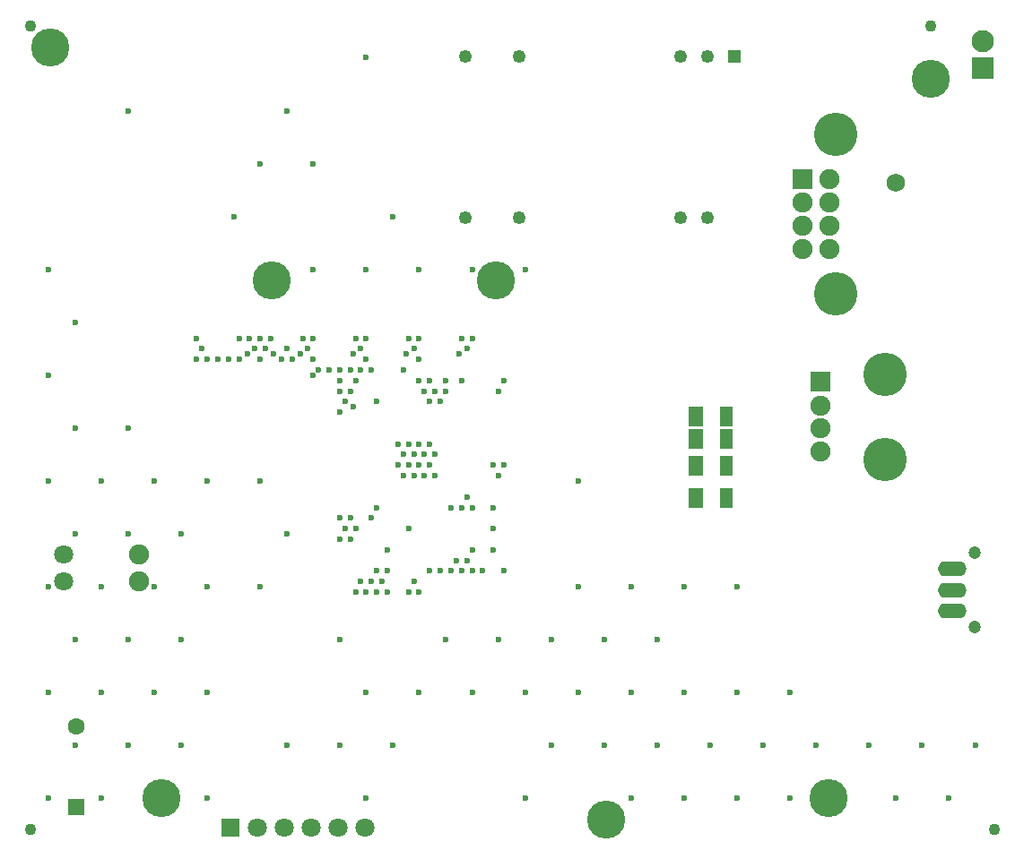
<source format=gbs>
G04*
G04 #@! TF.GenerationSoftware,Altium Limited,Altium Designer,21.0.9 (235)*
G04*
G04 Layer_Color=16711935*
%FSLAX44Y44*%
%MOMM*%
G71*
G04*
G04 #@! TF.SameCoordinates,2E686BC6-EAB9-49F2-94FE-736710D6270B*
G04*
G04*
G04 #@! TF.FilePolarity,Negative*
G04*
G01*
G75*
%ADD42R,1.3500X1.8500*%
%ADD53C,1.1000*%
%ADD54C,1.9000*%
%ADD55R,1.9000X1.9000*%
%ADD56C,4.1000*%
%ADD57C,1.7500*%
%ADD58C,1.8000*%
%ADD59R,2.1000X2.1000*%
%ADD60C,2.1000*%
%ADD61R,1.2500X1.2500*%
%ADD62C,1.2500*%
%ADD63C,3.6000*%
%ADD64R,1.8000X1.8000*%
G04:AMPARAMS|DCode=65|XSize=1.6mm|YSize=1.6mm|CornerRadius=0.125mm|HoleSize=0mm|Usage=FLASHONLY|Rotation=180.000|XOffset=0mm|YOffset=0mm|HoleType=Round|Shape=RoundedRectangle|*
%AMROUNDEDRECTD65*
21,1,1.6000,1.3500,0,0,180.0*
21,1,1.3500,1.6000,0,0,180.0*
1,1,0.2500,-0.6750,0.6750*
1,1,0.2500,0.6750,0.6750*
1,1,0.2500,0.6750,-0.6750*
1,1,0.2500,-0.6750,-0.6750*
%
%ADD65ROUNDEDRECTD65*%
%ADD66C,1.6000*%
%ADD67O,2.7160X1.4080*%
%ADD68C,1.2000*%
%ADD69C,0.6000*%
%ADD120R,1.3000X1.8500*%
D42*
X-221260Y-339090D02*
D03*
Y-416560D02*
D03*
Y-360680D02*
D03*
Y-386080D02*
D03*
D53*
X0Y30000D02*
D03*
X-850000D02*
D03*
Y-730000D02*
D03*
X60000D02*
D03*
D54*
X-104180Y-372441D02*
D03*
Y-350730D02*
D03*
Y-328883D02*
D03*
X-120920Y-137110D02*
D03*
Y-159110D02*
D03*
Y-181110D02*
D03*
X-95520Y-115110D02*
D03*
Y-137110D02*
D03*
Y-159110D02*
D03*
Y-181110D02*
D03*
X-746990Y-495100D02*
D03*
Y-470100D02*
D03*
D55*
X-104180Y-306730D02*
D03*
X-120920Y-115110D02*
D03*
D56*
X-43180Y-379730D02*
D03*
Y-299730D02*
D03*
X-89020Y-73110D02*
D03*
Y-223110D02*
D03*
D57*
X-33020Y-118110D02*
D03*
D58*
X-818790Y-495100D02*
D03*
Y-470100D02*
D03*
X-585090Y-728435D02*
D03*
X-610490D02*
D03*
X-635890D02*
D03*
X-559690D02*
D03*
X-534290D02*
D03*
D59*
X49530Y-10160D02*
D03*
D60*
Y15240D02*
D03*
D61*
X-185050Y1270D02*
D03*
D62*
X-388250D02*
D03*
X-235850Y-151130D02*
D03*
Y1270D02*
D03*
X-439050Y-151130D02*
D03*
X-388250D02*
D03*
X-210450D02*
D03*
X-439050Y1270D02*
D03*
X-210450D02*
D03*
D63*
X-622200Y-210320D02*
D03*
X-410110D02*
D03*
X-95860Y-700320D02*
D03*
X0Y-20320D02*
D03*
X-725860Y-700320D02*
D03*
X-830860Y9680D02*
D03*
X-305970Y-720320D02*
D03*
D64*
X-661290Y-728435D02*
D03*
D65*
X-806450Y-708560D02*
D03*
D66*
Y-632560D02*
D03*
D67*
X20910Y-503480D02*
D03*
Y-523480D02*
D03*
Y-483480D02*
D03*
D68*
X41910Y-538480D02*
D03*
Y-468480D02*
D03*
D69*
X-472749Y-365370D02*
D03*
X-467749Y-375370D02*
D03*
X-472749Y-385370D02*
D03*
X-467749Y-395370D02*
D03*
X-482749Y-365370D02*
D03*
X-477749Y-375370D02*
D03*
X-482749Y-385370D02*
D03*
X-477749Y-395370D02*
D03*
X-492749Y-365370D02*
D03*
X-487749Y-375370D02*
D03*
X-492749Y-385370D02*
D03*
X-487749Y-395370D02*
D03*
X-502749Y-365370D02*
D03*
X-497749Y-375370D02*
D03*
X-502749Y-385370D02*
D03*
X-497749Y-395370D02*
D03*
X42250Y-650290D02*
D03*
X17250Y-700290D02*
D03*
X-7750Y-650290D02*
D03*
X-32750Y-700290D02*
D03*
X-57750Y-650290D02*
D03*
X-132750Y-600290D02*
D03*
X-107750Y-650290D02*
D03*
X-132750Y-700290D02*
D03*
X-182750Y-500290D02*
D03*
Y-600290D02*
D03*
X-157750Y-650290D02*
D03*
X-182750Y-700290D02*
D03*
X-232750Y-500290D02*
D03*
Y-600290D02*
D03*
X-207750Y-650290D02*
D03*
X-232750Y-700290D02*
D03*
X-282750Y-500290D02*
D03*
X-257750Y-550290D02*
D03*
X-282750Y-600290D02*
D03*
X-257750Y-650290D02*
D03*
X-282750Y-700290D02*
D03*
X-332750Y-400290D02*
D03*
Y-500290D02*
D03*
X-307750Y-550290D02*
D03*
X-332750Y-600290D02*
D03*
X-307750Y-650290D02*
D03*
X-382750Y-200290D02*
D03*
X-357750Y-550290D02*
D03*
X-382750Y-600290D02*
D03*
X-357750Y-650290D02*
D03*
X-382750Y-700290D02*
D03*
X-432750Y-200290D02*
D03*
X-407750Y-550290D02*
D03*
X-432750Y-600290D02*
D03*
X-482750Y-200290D02*
D03*
X-457750Y-550290D02*
D03*
X-482750Y-600290D02*
D03*
X-532750Y-290D02*
D03*
X-507750Y-150290D02*
D03*
X-532750Y-200290D02*
D03*
Y-600290D02*
D03*
X-507750Y-650290D02*
D03*
X-532750Y-700290D02*
D03*
X-582750Y-100290D02*
D03*
Y-200290D02*
D03*
Y-300290D02*
D03*
X-557750Y-550290D02*
D03*
Y-650290D02*
D03*
X-607750Y-50290D02*
D03*
X-632750Y-100290D02*
D03*
Y-400290D02*
D03*
X-607750Y-450290D02*
D03*
X-632750Y-500290D02*
D03*
X-607750Y-650290D02*
D03*
X-657750Y-150290D02*
D03*
X-682750Y-400290D02*
D03*
Y-500290D02*
D03*
Y-600290D02*
D03*
Y-700290D02*
D03*
X-732750Y-400290D02*
D03*
X-707750Y-450290D02*
D03*
X-732750Y-500290D02*
D03*
X-707750Y-550290D02*
D03*
X-732750Y-600290D02*
D03*
X-707750Y-650290D02*
D03*
X-757750Y-50290D02*
D03*
Y-350290D02*
D03*
X-782750Y-400290D02*
D03*
X-757750Y-450290D02*
D03*
X-782750Y-500290D02*
D03*
X-757750Y-550290D02*
D03*
X-782750Y-600290D02*
D03*
X-757750Y-650290D02*
D03*
X-782750Y-700290D02*
D03*
X-832750Y-200290D02*
D03*
X-807750Y-250290D02*
D03*
X-832750Y-300290D02*
D03*
X-807750Y-350290D02*
D03*
X-832750Y-400290D02*
D03*
X-807750Y-450290D02*
D03*
X-832750Y-500290D02*
D03*
X-807750Y-550290D02*
D03*
X-832750Y-600290D02*
D03*
X-807750Y-650290D02*
D03*
X-832750Y-700290D02*
D03*
X-402749Y-305370D02*
D03*
Y-385370D02*
D03*
Y-485370D02*
D03*
X-407749Y-315370D02*
D03*
X-412749Y-385370D02*
D03*
X-407749Y-395370D02*
D03*
X-412749Y-425370D02*
D03*
Y-445370D02*
D03*
Y-465370D02*
D03*
X-422749Y-485370D02*
D03*
X-432749Y-265370D02*
D03*
Y-425370D02*
D03*
Y-465370D02*
D03*
Y-485370D02*
D03*
X-442749Y-265370D02*
D03*
X-437749Y-275370D02*
D03*
X-442749Y-305370D02*
D03*
X-437749Y-415370D02*
D03*
X-442749Y-425370D02*
D03*
X-437749Y-475370D02*
D03*
X-442749Y-485370D02*
D03*
X-452749Y-425370D02*
D03*
X-447749Y-475370D02*
D03*
X-452749Y-485370D02*
D03*
X-457749Y-315370D02*
D03*
X-462749Y-325370D02*
D03*
Y-485370D02*
D03*
X-472749Y-305370D02*
D03*
X-467749Y-315370D02*
D03*
X-472749Y-325370D02*
D03*
Y-485370D02*
D03*
X-482749Y-265370D02*
D03*
Y-285370D02*
D03*
X-477749Y-315370D02*
D03*
X-482749Y-505370D02*
D03*
X-492749Y-265370D02*
D03*
X-487749Y-275370D02*
D03*
X-492749Y-445370D02*
D03*
X-487749Y-495370D02*
D03*
X-492749Y-505370D02*
D03*
X-497749Y-295370D02*
D03*
X-512749Y-465370D02*
D03*
Y-485370D02*
D03*
Y-505370D02*
D03*
X-522749Y-325370D02*
D03*
Y-425370D02*
D03*
Y-485370D02*
D03*
X-517749Y-495370D02*
D03*
X-522749Y-505370D02*
D03*
X-532749Y-265370D02*
D03*
Y-285370D02*
D03*
X-527749Y-295370D02*
D03*
Y-435370D02*
D03*
Y-495370D02*
D03*
X-532749Y-505370D02*
D03*
X-542749Y-265370D02*
D03*
X-537749Y-275370D02*
D03*
Y-295370D02*
D03*
X-542749Y-305370D02*
D03*
Y-445370D02*
D03*
X-537749Y-495370D02*
D03*
X-542749Y-505370D02*
D03*
X-547749Y-295370D02*
D03*
Y-315370D02*
D03*
X-552749Y-325370D02*
D03*
X-547749Y-435370D02*
D03*
X-552749Y-445370D02*
D03*
X-547749Y-455370D02*
D03*
X-557749Y-295370D02*
D03*
Y-315370D02*
D03*
Y-335370D02*
D03*
Y-435370D02*
D03*
X-567749Y-295370D02*
D03*
X-582749Y-265370D02*
D03*
Y-285370D02*
D03*
X-577749Y-295370D02*
D03*
X-592749Y-265370D02*
D03*
X-587749Y-275370D02*
D03*
X-602749Y-285370D02*
D03*
X-607749Y-275370D02*
D03*
X-612749Y-285370D02*
D03*
X-622749Y-265370D02*
D03*
X-632749D02*
D03*
X-627749Y-275370D02*
D03*
X-632749Y-285370D02*
D03*
X-642749Y-265370D02*
D03*
X-637749Y-275370D02*
D03*
X-652749Y-265370D02*
D03*
Y-285370D02*
D03*
X-662749D02*
D03*
X-672749D02*
D03*
X-682749D02*
D03*
X-692749Y-265370D02*
D03*
X-687749Y-275370D02*
D03*
X-692749Y-285370D02*
D03*
X-445250Y-280370D02*
D03*
X-457750Y-305370D02*
D03*
X-482750D02*
D03*
X-495250Y-280370D02*
D03*
X-545250D02*
D03*
X-557750Y-305370D02*
D03*
X-545250Y-330370D02*
D03*
X-557750Y-455370D02*
D03*
X-595250Y-280370D02*
D03*
X-620250D02*
D03*
X-645250D02*
D03*
D120*
X-192760Y-339090D02*
D03*
Y-416560D02*
D03*
Y-360680D02*
D03*
Y-386080D02*
D03*
M02*

</source>
